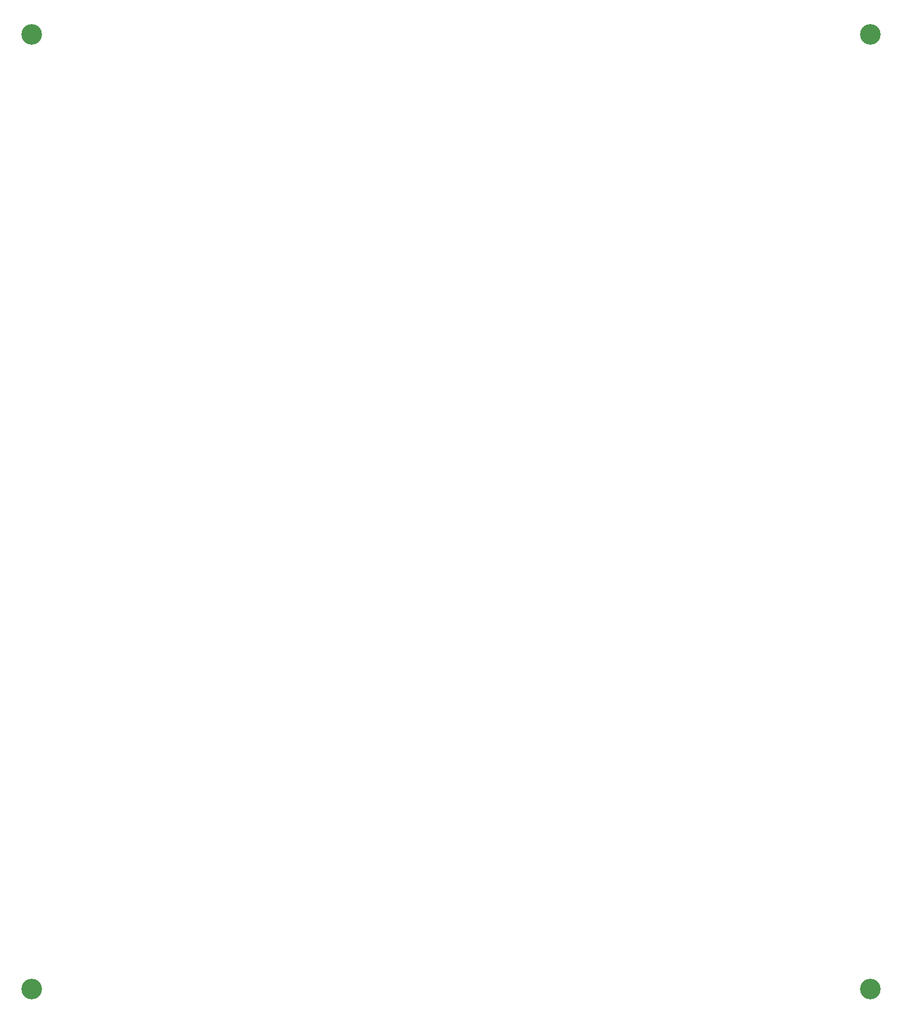
<source format=gbr>
%TF.GenerationSoftware,KiCad,Pcbnew,5.1.10*%
%TF.CreationDate,2021-12-20T20:01:52+01:00*%
%TF.ProjectId,Videoerweiterung,56696465-6f65-4727-9765-69746572756e,1*%
%TF.SameCoordinates,Original*%
%TF.FileFunction,NonPlated,1,2,NPTH,Drill*%
%TF.FilePolarity,Positive*%
%FSLAX46Y46*%
G04 Gerber Fmt 4.6, Leading zero omitted, Abs format (unit mm)*
G04 Created by KiCad (PCBNEW 5.1.10) date 2021-12-20 20:01:52*
%MOMM*%
%LPD*%
G01*
G04 APERTURE LIST*
%TA.AperFunction,ComponentDrill*%
%ADD10C,3.200000*%
%TD*%
G04 APERTURE END LIST*
D10*
%TO.C,H1*%
X48860000Y-56480000D03*
%TO.C,H2*%
X48860000Y-204480000D03*
%TO.C,H3*%
X178860000Y-56480000D03*
%TO.C,H4*%
X178860000Y-204480000D03*
M02*

</source>
